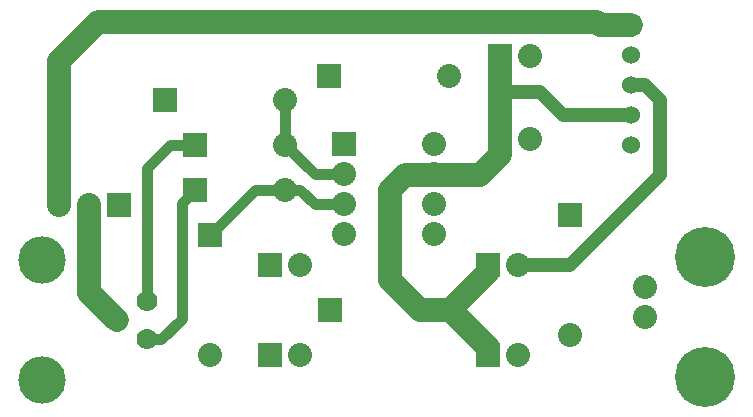
<source format=gbr>
G04 start of page 4 for group 8 layer_idx 1 *
G04 Title: (unknown), bottom_copper *
G04 Creator: pcb-rnd 2.1.0 *
G04 CreationDate: 2019-02-14 18:17:35 UTC *
G04 For:  *
G04 Format: Gerber/RS-274X *
G04 PCB-Dimensions: 500000 500000 *
G04 PCB-Coordinate-Origin: lower left *
%MOIN*%
%FSLAX25Y25*%
%LNBOTTOM*%
%ADD35C,0.0420*%
%ADD34C,0.0320*%
%ADD33C,0.0790*%
%ADD32C,0.0394*%
%ADD31C,0.0600*%
%ADD30C,0.2000*%
%ADD29C,0.1580*%
%ADD28C,0.0700*%
%ADD27C,0.0001*%
%ADD26C,0.0450*%
%ADD25C,0.0350*%
%ADD24C,0.0800*%
G54D24*X265000Y212500D02*Y210000D01*
X252500Y197500D01*
X242500D01*
X232500Y207500D01*
Y237500D01*
G54D25*X151281Y187596D02*X156096D01*
X163000Y194500D01*
G54D24*X265000Y182500D02*Y185000D01*
X252500Y197500D01*
G54D26*X275000Y212500D02*X292500D01*
G54D24*X132000Y203177D02*X141281Y193896D01*
G54D25*X207428Y232572D02*X202500Y237500D01*
X187500D01*
X172500Y222500D01*
G54D24*X232500Y237500D02*X237500Y242500D01*
G54D25*X217222Y232572D02*X207428D01*
X217222Y242572D02*X207428D01*
X197500Y252500D01*
Y267500D01*
G54D24*X135000Y293500D02*X301500D01*
X302500Y292500D01*
G54D25*X163000Y194500D02*Y233000D01*
X167500Y237500D01*
X151281Y244781D02*X159000Y252500D01*
X167500D01*
G54D24*X122000Y232500D02*Y280500D01*
X135000Y293500D01*
G54D25*X151281Y200196D02*Y244781D01*
G54D24*X132000Y232500D02*Y203177D01*
X247149Y242500D02*X247222Y242572D01*
X268929Y248929D02*X262500Y242500D01*
G54D26*X297600Y262500D02*X290000D01*
X282500Y270000D01*
X268643D01*
X297500Y262500D02*X312600D01*
X322500Y242500D02*Y267500D01*
X292500Y212500D02*X322500Y242500D01*
Y267500D02*X317500Y272500D01*
X312600D01*
G54D24*X269000Y249000D02*Y282000D01*
X302500Y292500D02*X312600D01*
X237500Y242500D02*X262500D01*
G54D27*G36*
X213222Y256572D02*X221222D01*
Y248572D01*
X213222D01*
Y256572D01*
G37*
G54D24*X217222Y242572D03*
Y232572D03*
Y222572D03*
G54D27*G36*
X208500Y201500D02*X216500D01*
Y193500D01*
X208500D01*
Y201500D01*
G37*
G36*
X188500Y216500D02*X196500D01*
Y208500D01*
X188500D01*
Y216500D01*
G37*
G54D24*X202500Y212500D03*
G54D27*G36*
X188500Y186500D02*X196500D01*
Y178500D01*
X188500D01*
Y186500D01*
G37*
G54D24*X202500Y182500D03*
G54D27*G36*
X163500Y241500D02*X171500D01*
Y233500D01*
X163500D01*
Y241500D01*
G37*
G36*
X176500Y226500D02*Y218500D01*
X168500D01*
Y226500D01*
X176500D01*
G37*
G54D24*X172500Y182500D03*
G54D28*X151281Y187596D03*
Y200196D03*
X141281Y193896D03*
G54D29*X116281Y173896D03*
Y213896D03*
G54D27*G36*
X146000Y236500D02*Y228500D01*
X138000D01*
Y236500D01*
X146000D01*
G37*
G54D24*X132000Y232500D03*
X122000D03*
X197500Y237500D03*
G54D27*G36*
X163500Y256500D02*X171500D01*
Y248500D01*
X163500D01*
Y256500D01*
G37*
G54D24*X197500Y252500D03*
X247222Y252572D03*
Y242572D03*
Y232572D03*
Y222572D03*
G54D27*G36*
X261000Y216500D02*X269000D01*
Y208500D01*
X261000D01*
Y216500D01*
G37*
G54D24*X275000Y212500D03*
X252500Y197500D03*
G54D30*X337500Y215000D03*
G54D24*X317500Y205000D03*
Y195000D03*
G54D27*G36*
X296335Y233024D02*Y225024D01*
X288335D01*
Y233024D01*
X296335D01*
G37*
G36*
X208116Y279404D02*X216116D01*
Y271404D01*
X208116D01*
Y279404D01*
G37*
G36*
X153500Y271500D02*X161500D01*
Y263500D01*
X153500D01*
Y271500D01*
G37*
G54D24*X197500Y267500D03*
X252116Y275404D03*
G54D27*G36*
X315600Y295500D02*Y289500D01*
X309600D01*
Y295500D01*
X315600D01*
G37*
G54D31*X312600Y282500D03*
Y272500D03*
Y262500D03*
Y252500D03*
G54D27*G36*
X265000Y258500D02*X273000D01*
Y250500D01*
X265000D01*
Y258500D01*
G37*
G54D24*X279000Y254500D03*
G54D27*G36*
X265000Y286000D02*X273000D01*
Y278000D01*
X265000D01*
Y286000D01*
G37*
G54D24*X279000Y282000D03*
G54D27*G36*
X261000Y186500D02*X269000D01*
Y178500D01*
X261000D01*
Y186500D01*
G37*
G54D24*X275000Y182500D03*
G54D30*X337500Y175000D03*
G54D24*X292335Y189024D03*
G54D32*G54D25*G54D33*G54D32*G54D33*G54D34*G54D32*G54D35*G54D32*G54D33*G54D32*M02*

</source>
